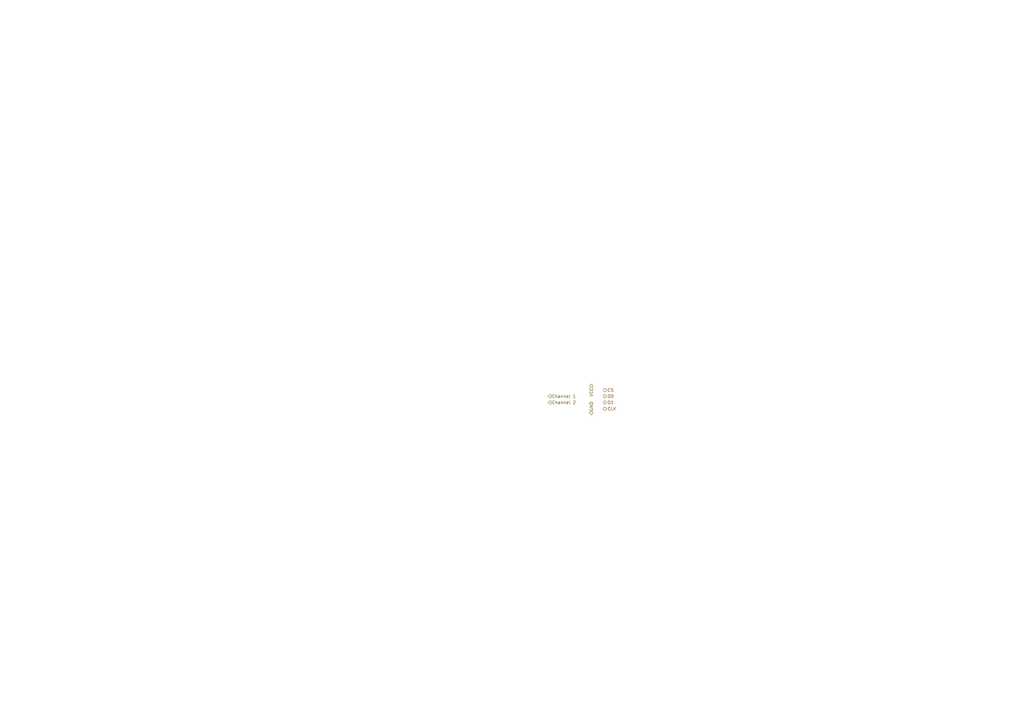
<source format=kicad_sch>
(kicad_sch
	(version 20231120)
	(generator "eeschema")
	(generator_version "8.0")
	(uuid "fbf499a7-9479-4309-896f-fdbcfc51b20c")
	(paper "A3")
	(title_block
		(title "Pulse Oximeter")
		(date "2024-03-07")
		(rev "1")
		(company "ENGS 129")
		(comment 1 "Renan Laurore")
		(comment 2 "Andrei Gerashchenko")
	)
	(lib_symbols)
	(hierarchical_label "D0"
		(shape output)
		(at 247.65 162.56 0)
		(fields_autoplaced yes)
		(effects
			(font
				(size 1.27 1.27)
			)
			(justify left)
		)
		(uuid "414abe8b-c9ac-42c9-bd58-ae2a3ba222c9")
	)
	(hierarchical_label "Channel 1"
		(shape input)
		(at 224.79 162.56 0)
		(fields_autoplaced yes)
		(effects
			(font
				(size 1.27 1.27)
			)
			(justify left)
		)
		(uuid "73eb2740-16e2-482b-9625-848b7b552e82")
	)
	(hierarchical_label "Channel 2"
		(shape input)
		(at 224.79 165.1 0)
		(fields_autoplaced yes)
		(effects
			(font
				(size 1.27 1.27)
			)
			(justify left)
		)
		(uuid "7447f3c0-3ff8-4c9f-a9c8-bf70f438b06c")
	)
	(hierarchical_label "CS"
		(shape output)
		(at 247.65 160.02 0)
		(fields_autoplaced yes)
		(effects
			(font
				(size 1.27 1.27)
			)
			(justify left)
		)
		(uuid "9e7d4cae-492d-49ea-bdbf-67298f8e0dcd")
	)
	(hierarchical_label "D1"
		(shape output)
		(at 247.65 165.1 0)
		(fields_autoplaced yes)
		(effects
			(font
				(size 1.27 1.27)
			)
			(justify left)
		)
		(uuid "afd1244b-4e96-4cca-8618-8b19211e6be3")
	)
	(hierarchical_label "CLK"
		(shape output)
		(at 247.65 167.64 0)
		(fields_autoplaced yes)
		(effects
			(font
				(size 1.27 1.27)
			)
			(justify left)
		)
		(uuid "b4c96041-ec76-4fbb-b703-393525c4e16c")
	)
	(hierarchical_label "VCC"
		(shape input)
		(at 242.57 157.48 270)
		(fields_autoplaced yes)
		(effects
			(font
				(size 1.27 1.27)
			)
			(justify right)
		)
		(uuid "cb62b834-ffd7-4c43-b691-6bd2adede277")
	)
	(hierarchical_label "GND"
		(shape input)
		(at 242.57 170.18 90)
		(fields_autoplaced yes)
		(effects
			(font
				(size 1.27 1.27)
			)
			(justify left)
		)
		(uuid "f2642e23-9e9f-4ad3-a577-f687849f00b2")
	)
)
</source>
